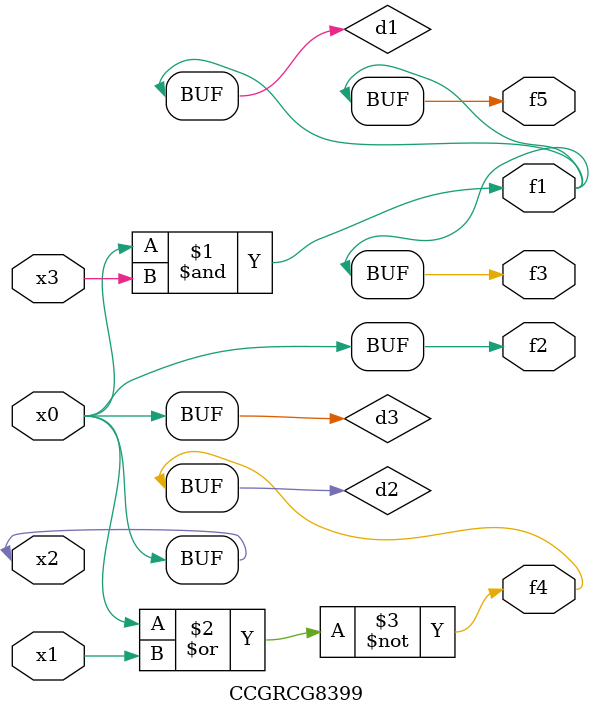
<source format=v>
module CCGRCG8399(
	input x0, x1, x2, x3,
	output f1, f2, f3, f4, f5
);

	wire d1, d2, d3;

	and (d1, x2, x3);
	nor (d2, x0, x1);
	buf (d3, x0, x2);
	assign f1 = d1;
	assign f2 = d3;
	assign f3 = d1;
	assign f4 = d2;
	assign f5 = d1;
endmodule

</source>
